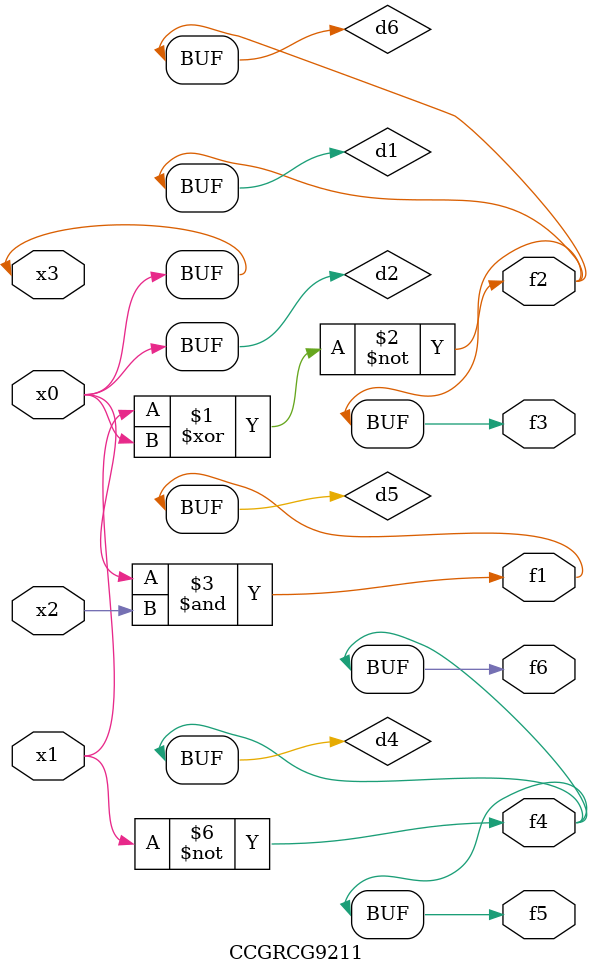
<source format=v>
module CCGRCG9211(
	input x0, x1, x2, x3,
	output f1, f2, f3, f4, f5, f6
);

	wire d1, d2, d3, d4, d5, d6;

	xnor (d1, x1, x3);
	buf (d2, x0, x3);
	nand (d3, x0, x2);
	not (d4, x1);
	nand (d5, d3);
	or (d6, d1);
	assign f1 = d5;
	assign f2 = d6;
	assign f3 = d6;
	assign f4 = d4;
	assign f5 = d4;
	assign f6 = d4;
endmodule

</source>
